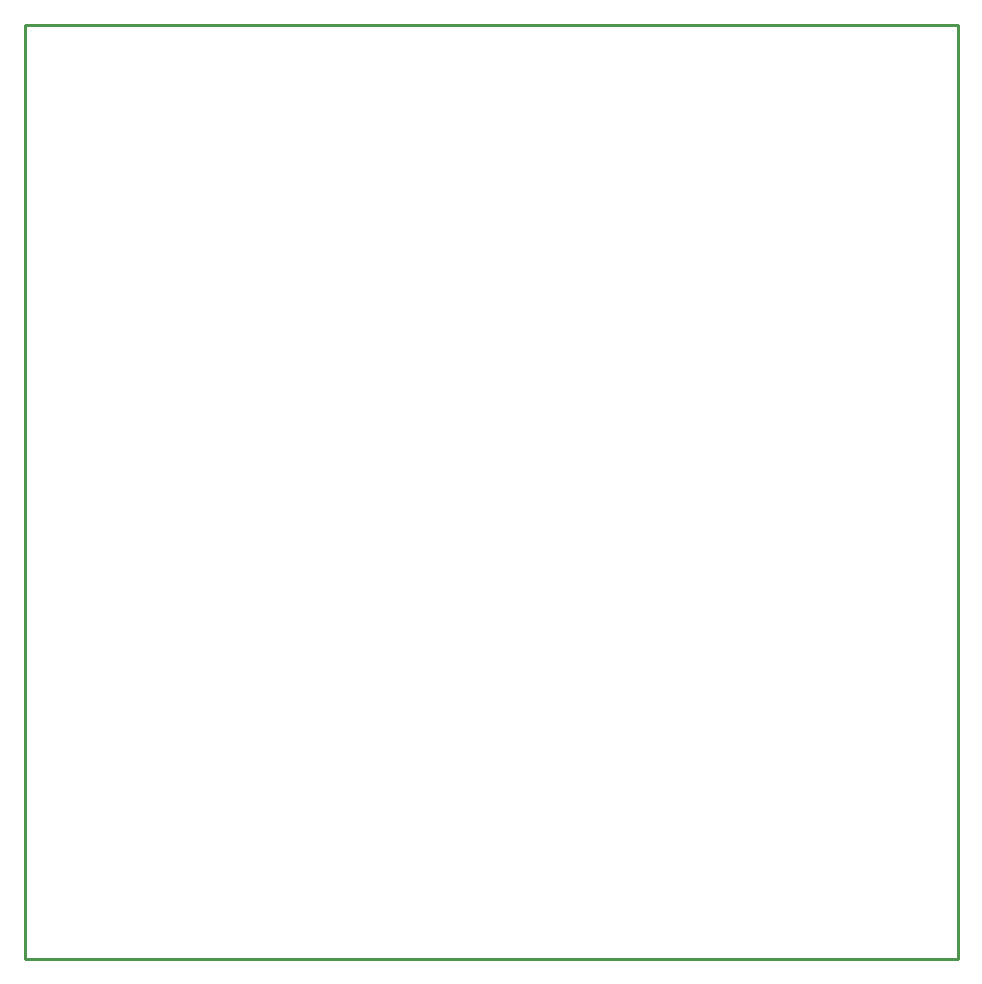
<source format=gko>
G04 Layer: BoardOutlineLayer*
G04 EasyEDA v6.5.15, 2022-10-09 16:14:37*
G04 0b1594b3c9ed43a1be065a43cbb3c8b9,5f1b69652c614dc78b77d9171f06c583,10*
G04 Gerber Generator version 0.2*
G04 Scale: 100 percent, Rotated: No, Reflected: No *
G04 Dimensions in millimeters *
G04 leading zeros omitted , absolute positions ,4 integer and 5 decimal *
%FSLAX45Y45*%
%MOMM*%

%ADD10C,0.2540*%
D10*
X700023Y8899905D02*
G01*
X8597900Y8899905D01*
X8597900Y990600D01*
X700023Y990600D01*
X700023Y8899905D01*

%LPD*%
M02*

</source>
